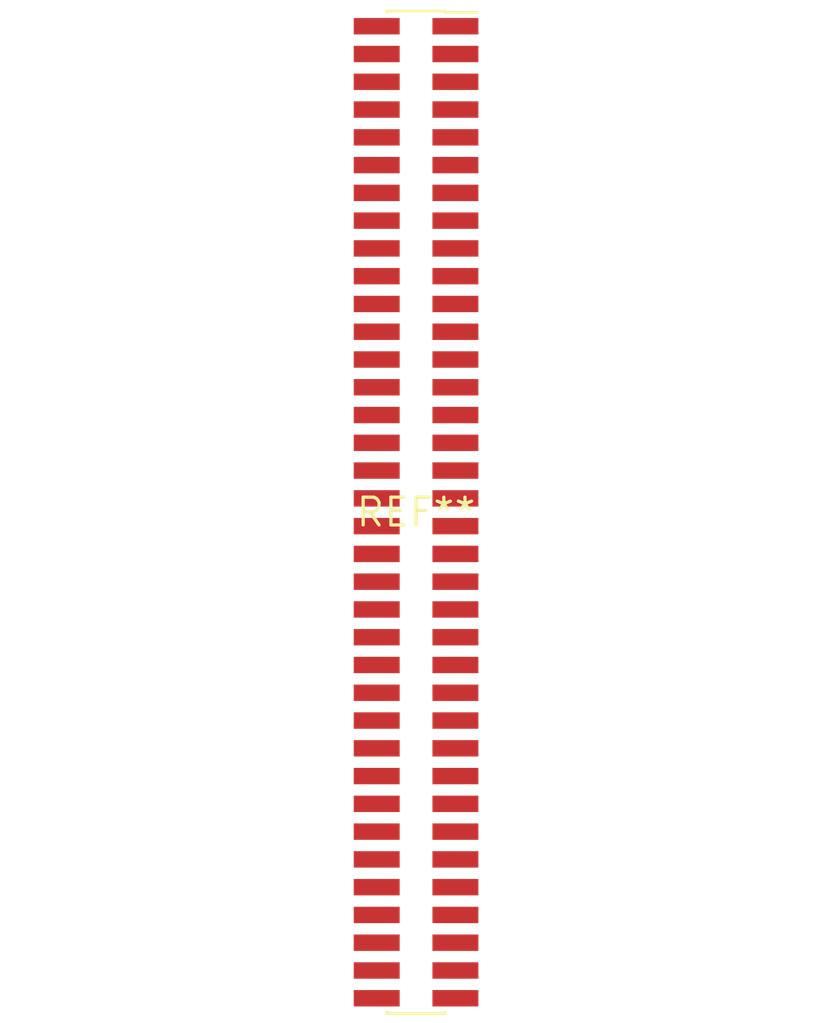
<source format=kicad_pcb>
(kicad_pcb (version 20240108) (generator pcbnew)
  (layers (0 "F.Cu" signal) (31 "B.Cu" signal) (34 "B.Paste" user) (35 "F.Paste" user) (36 "B.SilkS" user "B.Silkscreen") (37 "F.SilkS" user "F.Silkscreen") (38 "B.Mask" user) (39 "F.Mask" user) (44 "Edge.Cuts" user))
  (net 0 "")
  (footprint "PinSocket_2x36_P1.27mm_Vertical_SMD" (layer "F.Cu") (at 0 0)
    (property "Reference" "REF**")
    (property "Value" "PinSocket_2x36_P1.27mm_Vertical_SMD")
    (fp_line (start -1.33 -22.92) (end -1.33 -22.86) (layer "F.SilkS") (stroke (width 0.12)))
    (fp_line (start -1.33 -22.92) (end 1.33 -22.92) (layer "F.SilkS") (stroke (width 0.12)))
    (fp_line (start -1.33 22.86) (end -1.33 22.92) (layer "F.SilkS") (stroke (width 0.12)))
    (fp_line (start -1.33 22.92) (end 1.33 22.92) (layer "F.SilkS") (stroke (width 0.12)))
    (fp_line (start 1.33 -22.92) (end 1.33 -22.86) (layer "F.SilkS") (stroke (width 0.12)))
    (fp_line (start 1.33 -22.86) (end 2.79 -22.86) (layer "F.SilkS") (stroke (width 0.12)))
    (fp_line (start 1.33 22.86) (end 1.33 22.92) (layer "F.SilkS") (stroke (width 0.12)))
    (pad "1" smd rect (at 1.8 -22.225) (size 2.1 0.75) (layers "F.Cu" "F.Paste" "F.Mask"))
    (pad "2" smd rect (at -1.8 -22.225) (size 2.1 0.75) (layers "F.Cu" "F.Paste" "F.Mask"))
    (pad "3" smd rect (at 1.8 -20.955) (size 2.1 0.75) (layers "F.Cu" "F.Paste" "F.Mask"))
    (pad "4" smd rect (at -1.8 -20.955) (size 2.1 0.75) (layers "F.Cu" "F.Paste" "F.Mask"))
    (pad "5" smd rect (at 1.8 -19.685) (size 2.1 0.75) (layers "F.Cu" "F.Paste" "F.Mask"))
    (pad "6" smd rect (at -1.8 -19.685) (size 2.1 0.75) (layers "F.Cu" "F.Paste" "F.Mask"))
    (pad "7" smd rect (at 1.8 -18.415) (size 2.1 0.75) (layers "F.Cu" "F.Paste" "F.Mask"))
    (pad "8" smd rect (at -1.8 -18.415) (size 2.1 0.75) (layers "F.Cu" "F.Paste" "F.Mask"))
    (pad "9" smd rect (at 1.8 -17.145) (size 2.1 0.75) (layers "F.Cu" "F.Paste" "F.Mask"))
    (pad "10" smd rect (at -1.8 -17.145) (size 2.1 0.75) (layers "F.Cu" "F.Paste" "F.Mask"))
    (pad "11" smd rect (at 1.8 -15.875) (size 2.1 0.75) (layers "F.Cu" "F.Paste" "F.Mask"))
    (pad "12" smd rect (at -1.8 -15.875) (size 2.1 0.75) (layers "F.Cu" "F.Paste" "F.Mask"))
    (pad "13" smd rect (at 1.8 -14.605) (size 2.1 0.75) (layers "F.Cu" "F.Paste" "F.Mask"))
    (pad "14" smd rect (at -1.8 -14.605) (size 2.1 0.75) (layers "F.Cu" "F.Paste" "F.Mask"))
    (pad "15" smd rect (at 1.8 -13.335) (size 2.1 0.75) (layers "F.Cu" "F.Paste" "F.Mask"))
    (pad "16" smd rect (at -1.8 -13.335) (size 2.1 0.75) (layers "F.Cu" "F.Paste" "F.Mask"))
    (pad "17" smd rect (at 1.8 -12.065) (size 2.1 0.75) (layers "F.Cu" "F.Paste" "F.Mask"))
    (pad "18" smd rect (at -1.8 -12.065) (size 2.1 0.75) (layers "F.Cu" "F.Paste" "F.Mask"))
    (pad "19" smd rect (at 1.8 -10.795) (size 2.1 0.75) (layers "F.Cu" "F.Paste" "F.Mask"))
    (pad "20" smd rect (at -1.8 -10.795) (size 2.1 0.75) (layers "F.Cu" "F.Paste" "F.Mask"))
    (pad "21" smd rect (at 1.8 -9.525) (size 2.1 0.75) (layers "F.Cu" "F.Paste" "F.Mask"))
    (pad "22" smd rect (at -1.8 -9.525) (size 2.1 0.75) (layers "F.Cu" "F.Paste" "F.Mask"))
    (pad "23" smd rect (at 1.8 -8.255) (size 2.1 0.75) (layers "F.Cu" "F.Paste" "F.Mask"))
    (pad "24" smd rect (at -1.8 -8.255) (size 2.1 0.75) (layers "F.Cu" "F.Paste" "F.Mask"))
    (pad "25" smd rect (at 1.8 -6.985) (size 2.1 0.75) (layers "F.Cu" "F.Paste" "F.Mask"))
    (pad "26" smd rect (at -1.8 -6.985) (size 2.1 0.75) (layers "F.Cu" "F.Paste" "F.Mask"))
    (pad "27" smd rect (at 1.8 -5.715) (size 2.1 0.75) (layers "F.Cu" "F.Paste" "F.Mask"))
    (pad "28" smd rect (at -1.8 -5.715) (size 2.1 0.75) (layers "F.Cu" "F.Paste" "F.Mask"))
    (pad "29" smd rect (at 1.8 -4.445) (size 2.1 0.75) (layers "F.Cu" "F.Paste" "F.Mask"))
    (pad "30" smd rect (at -1.8 -4.445) (size 2.1 0.75) (layers "F.Cu" "F.Paste" "F.Mask"))
    (pad "31" smd rect (at 1.8 -3.175) (size 2.1 0.75) (layers "F.Cu" "F.Paste" "F.Mask"))
    (pad "32" smd rect (at -1.8 -3.175) (size 2.1 0.75) (layers "F.Cu" "F.Paste" "F.Mask"))
    (pad "33" smd rect (at 1.8 -1.905) (size 2.1 0.75) (layers "F.Cu" "F.Paste" "F.Mask"))
    (pad "34" smd rect (at -1.8 -1.905) (size 2.1 0.75) (layers "F.Cu" "F.Paste" "F.Mask"))
    (pad "35" smd rect (at 1.8 -0.635) (size 2.1 0.75) (layers "F.Cu" "F.Paste" "F.Mask"))
    (pad "36" smd rect (at -1.8 -0.635) (size 2.1 0.75) (layers "F.Cu" "F.Paste" "F.Mask"))
    (pad "37" smd rect (at 1.8 0.635) (size 2.1 0.75) (layers "F.Cu" "F.Paste" "F.Mask"))
    (pad "38" smd rect (at -1.8 0.635) (size 2.1 0.75) (layers "F.Cu" "F.Paste" "F.Mask"))
    (pad "39" smd rect (at 1.8 1.905) (size 2.1 0.75) (layers "F.Cu" "F.Paste" "F.Mask"))
    (pad "40" smd rect (at -1.8 1.905) (size 2.1 0.75) (layers "F.Cu" "F.Paste" "F.Mask"))
    (pad "41" smd rect (at 1.8 3.175) (size 2.1 0.75) (layers "F.Cu" "F.Paste" "F.Mask"))
    (pad "42" smd rect (at -1.8 3.175) (size 2.1 0.75) (layers "F.Cu" "F.Paste" "F.Mask"))
    (pad "43" smd rect (at 1.8 4.445) (size 2.1 0.75) (layers "F.Cu" "F.Paste" "F.Mask"))
    (pad "44" smd rect (at -1.8 4.445) (size 2.1 0.75) (layers "F.Cu" "F.Paste" "F.Mask"))
    (pad "45" smd rect (at 1.8 5.715) (size 2.1 0.75) (layers "F.Cu" "F.Paste" "F.Mask"))
    (pad "46" smd rect (at -1.8 5.715) (size 2.1 0.75) (layers "F.Cu" "F.Paste" "F.Mask"))
    (pad "47" smd rect (at 1.8 6.985) (size 2.1 0.75) (layers "F.Cu" "F.Paste" "F.Mask"))
    (pad "48" smd rect (at -1.8 6.985) (size 2.1 0.75) (layers "F.Cu" "F.Paste" "F.Mask"))
    (pad "49" smd rect (at 1.8 8.255) (size 2.1 0.75) (layers "F.Cu" "F.Paste" "F.Mask"))
    (pad "50" smd rect (at -1.8 8.255) (size 2.1 0.75) (layers "F.Cu" "F.Paste" "F.Mask"))
    (pad "51" smd rect (at 1.8 9.525) (size 2.1 0.75) (layers "F.Cu" "F.Paste" "F.Mask"))
    (pad "52" smd rect (at -1.8 9.525) (size 2.1 0.75) (layers "F.Cu" "F.Paste" "F.Mask"))
    (pad "53" smd rect (at 1.8 10.795) (size 2.1 0.75) (layers "F.Cu" "F.Paste" "F.Mask"))
    (pad "54" smd rect (at -1.8 10.795) (size 2.1 0.75) (layers "F.Cu" "F.Paste" "F.Mask"))
    (pad "55" smd rect (at 1.8 12.065) (size 2.1 0.75) (layers "F.Cu" "F.Paste" "F.Mask"))
    (pad "56" smd rect (at -1.8 12.065) (size 2.1 0.75) (layers "F.Cu" "F.Paste" "F.Mask"))
    (pad "57" smd rect (at 1.8 13.335) (size 2.1 0.75) (layers "F.Cu" "F.Paste" "F.Mask"))
    (pad "58" smd rect (at -1.8 13.335) (size 2.1 0.75) (layers "F.Cu" "F.Paste" "F.Mask"))
    (pad "59" smd rect (at 1.8 14.605) (size 2.1 0.75) (layers "F.Cu" "F.Paste" "F.Mask"))
    (pad "60" smd rect (at -1.8 14.605) (size 2.1 0.75) (layers "F.Cu" "F.Paste" "F.Mask"))
    (pad "61" smd rect (at 1.8 15.875) (size 2.1 0.75) (layers "F.Cu" "F.Paste" "F.Mask"))
    (pad "62" smd rect (at -1.8 15.875) (size 2.1 0.75) (layers "F.Cu" "F.Paste" "F.Mask"))
    (pad "63" smd rect (at 1.8 17.145) (size 2.1 0.75) (layers "F.Cu" "F.Paste" "F.Mask"))
    (pad "64" smd rect (at -1.8 17.145) (size 2.1 0.75) (layers "F.Cu" "F.Paste" "F.Mask"))
    (pad "65" smd rect (at 1.8 18.415) (size 2.1 0.75) (layers "F.Cu" "F.Paste" "F.Mask"))
    (pad "66" smd rect (at -1.8 18.415) (size 2.1 0.75) (layers "F.Cu" "F.Paste" "F.Mask"))
    (pad "67" smd rect (at 1.8 19.685) (size 2.1 0.75) (layers "F.Cu" "F.Paste" "F.Mask"))
    (pad "68" smd rect (at -1.8 19.685) (size 2.1 0.75) (layers "F.Cu" "F.Paste" "F.Mask"))
    (pad "69" smd rect (at 1.8 20.955) (size 2.1 0.75) (layers "F.Cu" "F.Paste" "F.Mask"))
    (pad "70" smd rect (at -1.8 20.955) (size 2.1 0.75) (layers "F.Cu" "F.Paste" "F.Mask"))
    (pad "71" smd rect (at 1.8 22.225) (size 2.1 0.75) (layers "F.Cu" "F.Paste" "F.Mask"))
    (pad "72" smd rect (at -1.8 22.225) (size 2.1 0.75) (layers "F.Cu" "F.Paste" "F.Mask"))
  )
)
</source>
